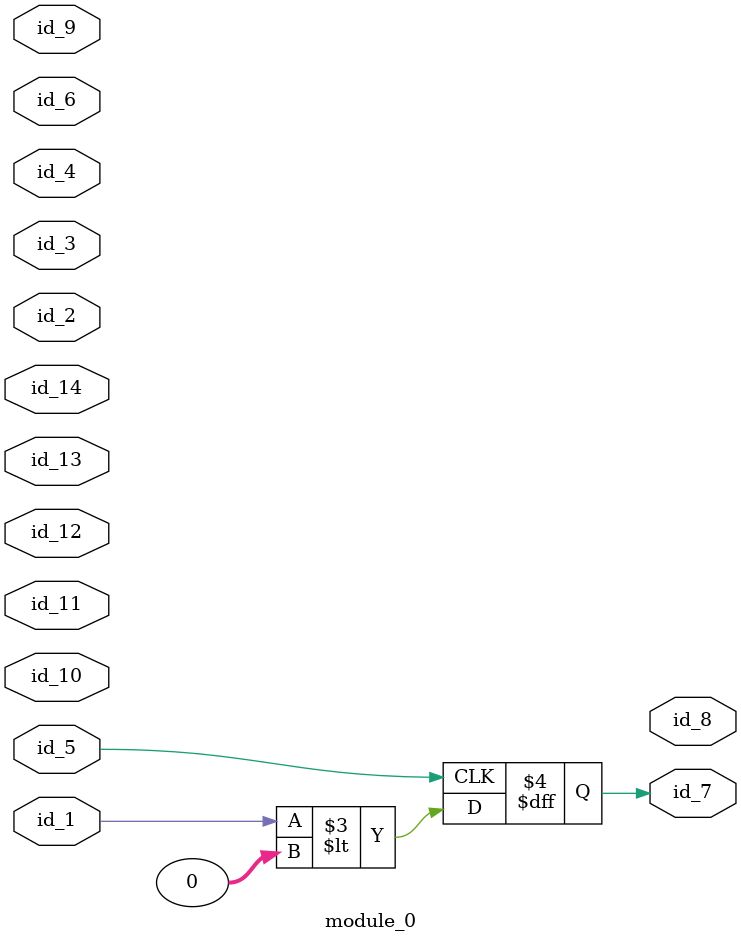
<source format=v>
`default_nettype wire
module module_0 (
    id_1,
    id_2,
    id_3,
    id_4,
    id_5,
    id_6,
    id_7,
    id_8,
    id_9,
    id_10,
    id_11,
    id_12,
    id_13,
    id_14
);
  inout id_14;
  inout id_13;
  inout id_12;
  input id_11;
  inout id_10;
  inout id_9;
  output id_8;
  output id_7;
  input id_6;
  input id_5;
  input id_4;
  inout id_3;
  input id_2;
  inout id_1;
  always @(posedge id_5 != 1) begin
    id_7 <= id_1 < 1 + ~"";
  end
endmodule

</source>
